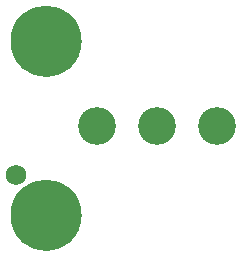
<source format=gbs>
%FSLAX25Y25*%
%MOIN*%
G70*
G01*
G75*
G04 Layer_Color=16711935*
%ADD10R,0.11811X0.05906*%
%ADD11R,0.11811X0.03937*%
%ADD12C,0.02000*%
%ADD13C,0.06000*%
%ADD14C,0.11811*%
%ADD15C,0.03937*%
%ADD16C,0.23622*%
%ADD17C,0.00030*%
%ADD18C,0.01000*%
%ADD19C,0.05906*%
%ADD20C,0.00787*%
%ADD21R,0.12611X0.06706*%
%ADD22R,0.12611X0.04737*%
%ADD23C,0.06800*%
%ADD24C,0.12611*%
D15*
X42949Y77913D02*
D03*
X55476D02*
D03*
X49213Y80508D02*
D03*
X40354Y71650D02*
D03*
X42949Y65386D02*
D03*
X49213Y62791D02*
D03*
X55476Y65386D02*
D03*
X58071Y71650D02*
D03*
X42949Y19913D02*
D03*
X55476D02*
D03*
X49213Y22508D02*
D03*
X40354Y13650D02*
D03*
X42949Y7386D02*
D03*
X49213Y4791D02*
D03*
X55476Y7386D02*
D03*
X58071Y13650D02*
D03*
D16*
X49213Y71650D02*
D03*
Y13650D02*
D03*
D19*
X58071Y71650D02*
G03*
X58071Y71650I-8858J0D01*
G01*
Y13650D02*
G03*
X58071Y13650I-8858J0D01*
G01*
D23*
X39150Y27150D02*
D03*
D24*
X66299Y43307D02*
D03*
X106299D02*
D03*
X86299D02*
D03*
M02*

</source>
